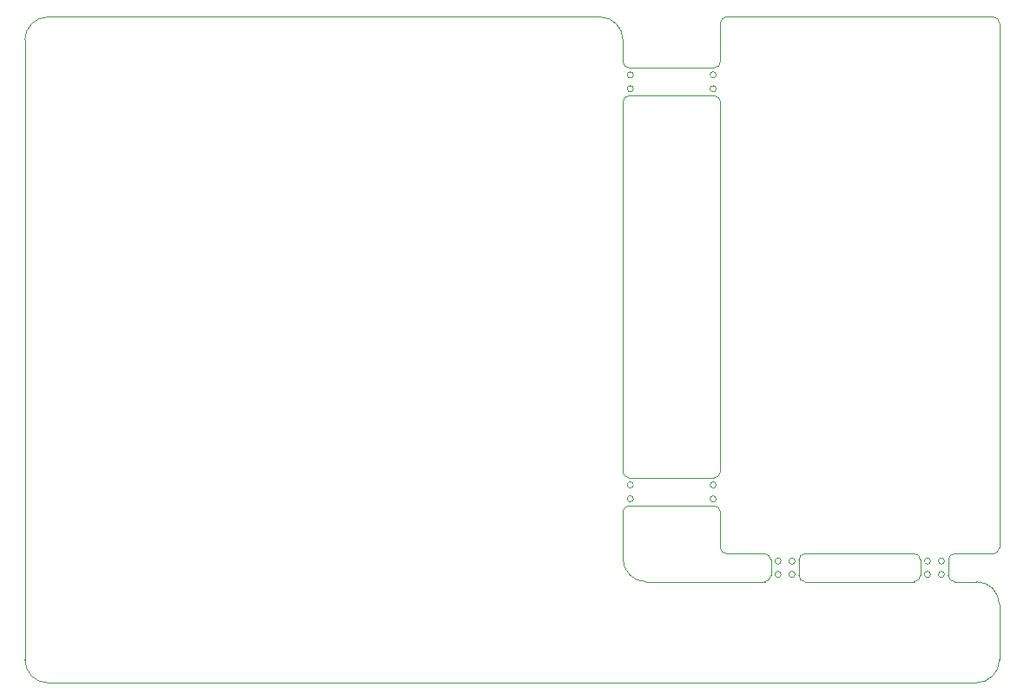
<source format=gbr>
%TF.GenerationSoftware,KiCad,Pcbnew,8.0.5*%
%TF.CreationDate,2024-09-26T23:09:47+07:00*%
%TF.ProjectId,HW.ACIM-DBG,48572e41-4349-44d2-9d44-42472e6b6963,0.1*%
%TF.SameCoordinates,Original*%
%TF.FileFunction,Profile,NP*%
%FSLAX46Y46*%
G04 Gerber Fmt 4.6, Leading zero omitted, Abs format (unit mm)*
G04 Created by KiCad (PCBNEW 8.0.5) date 2024-09-26 23:09:47*
%MOMM*%
%LPD*%
G01*
G04 APERTURE LIST*
%TA.AperFunction,Profile*%
%ADD10C,0.100000*%
%TD*%
G04 APERTURE END LIST*
D10*
X165775000Y-35250000D02*
X111975000Y-35250000D01*
X177112500Y-80931250D02*
G75*
G02*
X176512500Y-80931250I-300000J0D01*
G01*
X176512500Y-80931250D02*
G75*
G02*
X177112500Y-80931250I300000J0D01*
G01*
X177525000Y-79650000D02*
G75*
G02*
X176925000Y-80250000I-600000J0D01*
G01*
X200350000Y-90375000D02*
G75*
G02*
X199750000Y-89775000I0J600000D01*
G01*
X169037500Y-82293750D02*
G75*
G02*
X168437500Y-82293750I-300000J0D01*
G01*
X168437500Y-82293750D02*
G75*
G02*
X169037500Y-82293750I300000J0D01*
G01*
X111975000Y-100250000D02*
G75*
G02*
X109725000Y-98000000I0J2250000D01*
G01*
X168025000Y-43550000D02*
X168025000Y-79650000D01*
X177112500Y-42268750D02*
G75*
G02*
X176512500Y-42268750I-300000J0D01*
G01*
X176512500Y-42268750D02*
G75*
G02*
X177112500Y-42268750I300000J0D01*
G01*
X200350000Y-87650000D02*
X204125000Y-87650000D01*
X181850000Y-90375000D02*
X170275000Y-90375000D01*
X177525000Y-87050000D02*
X177525000Y-83575000D01*
X176925000Y-82975000D02*
X168625000Y-82975000D01*
X178125000Y-87650000D02*
G75*
G02*
X177525000Y-87050000I0J600000D01*
G01*
X197025000Y-88250000D02*
X197025000Y-89775000D01*
X185775000Y-90375000D02*
G75*
G02*
X185175000Y-89775000I0J600000D01*
G01*
X168625000Y-40225000D02*
X176925000Y-40225000D01*
X165775000Y-35250000D02*
G75*
G02*
X168025000Y-37500000I0J-2250000D01*
G01*
X169037500Y-80931250D02*
G75*
G02*
X168437500Y-80931250I-300000J0D01*
G01*
X168437500Y-80931250D02*
G75*
G02*
X169037500Y-80931250I300000J0D01*
G01*
X196425000Y-87650000D02*
G75*
G02*
X197025000Y-88250000I0J-600000D01*
G01*
X177525000Y-39625000D02*
X177525000Y-35850000D01*
X196425000Y-90375000D02*
X185775000Y-90375000D01*
X199750000Y-88250000D02*
G75*
G02*
X200350000Y-87650000I600000J0D01*
G01*
X111975000Y-100250000D02*
X202475000Y-100250000D01*
X176925000Y-42950000D02*
X168625000Y-42950000D01*
X178125000Y-87650000D02*
X181850000Y-87650000D01*
X168025000Y-37500000D02*
X168025000Y-39625000D01*
X177112500Y-40906250D02*
G75*
G02*
X176512500Y-40906250I-300000J0D01*
G01*
X176512500Y-40906250D02*
G75*
G02*
X177112500Y-40906250I300000J0D01*
G01*
X176925000Y-42950000D02*
G75*
G02*
X177525000Y-43550000I0J-600000D01*
G01*
X202475000Y-90375000D02*
G75*
G02*
X204725000Y-92625000I0J-2250000D01*
G01*
X182450000Y-88250000D02*
X182450000Y-89775000D01*
X199368750Y-89662500D02*
G75*
G02*
X198768750Y-89662500I-300000J0D01*
G01*
X198768750Y-89662500D02*
G75*
G02*
X199368750Y-89662500I300000J0D01*
G01*
X204725000Y-98000000D02*
G75*
G02*
X202475000Y-100250000I-2250000J0D01*
G01*
X204725000Y-98000000D02*
X204725000Y-92625000D01*
X198006250Y-88362500D02*
G75*
G02*
X197406250Y-88362500I-300000J0D01*
G01*
X197406250Y-88362500D02*
G75*
G02*
X198006250Y-88362500I300000J0D01*
G01*
X185175000Y-88250000D02*
G75*
G02*
X185775000Y-87650000I600000J0D01*
G01*
X168025000Y-83575000D02*
G75*
G02*
X168625000Y-82975000I600000J0D01*
G01*
X169037500Y-42268750D02*
G75*
G02*
X168437500Y-42268750I-300000J0D01*
G01*
X168437500Y-42268750D02*
G75*
G02*
X169037500Y-42268750I300000J0D01*
G01*
X177525000Y-39625000D02*
G75*
G02*
X176925000Y-40225000I-600000J0D01*
G01*
X168625000Y-80250000D02*
X176925000Y-80250000D01*
X184793750Y-89662500D02*
G75*
G02*
X184193750Y-89662500I-300000J0D01*
G01*
X184193750Y-89662500D02*
G75*
G02*
X184793750Y-89662500I300000J0D01*
G01*
X168025000Y-83575000D02*
X168025000Y-88125000D01*
X177112500Y-82293750D02*
G75*
G02*
X176512500Y-82293750I-300000J0D01*
G01*
X176512500Y-82293750D02*
G75*
G02*
X177112500Y-82293750I300000J0D01*
G01*
X183431250Y-88362500D02*
G75*
G02*
X182831250Y-88362500I-300000J0D01*
G01*
X182831250Y-88362500D02*
G75*
G02*
X183431250Y-88362500I300000J0D01*
G01*
X202475000Y-90375000D02*
X200350000Y-90375000D01*
X177525000Y-79650000D02*
X177525000Y-43550000D01*
X199368750Y-88362500D02*
G75*
G02*
X198768750Y-88362500I-300000J0D01*
G01*
X198768750Y-88362500D02*
G75*
G02*
X199368750Y-88362500I300000J0D01*
G01*
X109725000Y-37500000D02*
X109725000Y-98000000D01*
X182450000Y-89775000D02*
G75*
G02*
X181850000Y-90375000I-600000J0D01*
G01*
X184793750Y-88362500D02*
G75*
G02*
X184193750Y-88362500I-300000J0D01*
G01*
X184193750Y-88362500D02*
G75*
G02*
X184793750Y-88362500I300000J0D01*
G01*
X204125000Y-35250000D02*
G75*
G02*
X204725000Y-35850000I0J-600000D01*
G01*
X109725000Y-37500000D02*
G75*
G02*
X111975000Y-35250000I2250000J0D01*
G01*
X183431250Y-89662500D02*
G75*
G02*
X182831250Y-89662500I-300000J0D01*
G01*
X182831250Y-89662500D02*
G75*
G02*
X183431250Y-89662500I300000J0D01*
G01*
X168625000Y-80250000D02*
G75*
G02*
X168025000Y-79650000I0J600000D01*
G01*
X181850000Y-87650000D02*
G75*
G02*
X182450000Y-88250000I0J-600000D01*
G01*
X185775000Y-87650000D02*
X196425000Y-87650000D01*
X199750000Y-88250000D02*
X199750000Y-89775000D01*
X204725000Y-87050000D02*
X204725000Y-35850000D01*
X197025000Y-89775000D02*
G75*
G02*
X196425000Y-90375000I-600000J0D01*
G01*
X204125000Y-35250000D02*
X178125000Y-35250000D01*
X168025000Y-43550000D02*
G75*
G02*
X168625000Y-42950000I600000J0D01*
G01*
X170275000Y-90375000D02*
G75*
G02*
X168025000Y-88125000I0J2250000D01*
G01*
X168625000Y-40225000D02*
G75*
G02*
X168025000Y-39625000I0J600000D01*
G01*
X204725000Y-87050000D02*
G75*
G02*
X204125000Y-87650000I-600000J0D01*
G01*
X176925000Y-82975000D02*
G75*
G02*
X177525000Y-83575000I0J-600000D01*
G01*
X177525000Y-35850000D02*
G75*
G02*
X178125000Y-35250000I600000J0D01*
G01*
X185175000Y-88250000D02*
X185175000Y-89775000D01*
X198006250Y-89662500D02*
G75*
G02*
X197406250Y-89662500I-300000J0D01*
G01*
X197406250Y-89662500D02*
G75*
G02*
X198006250Y-89662500I300000J0D01*
G01*
X169037500Y-40906250D02*
G75*
G02*
X168437500Y-40906250I-300000J0D01*
G01*
X168437500Y-40906250D02*
G75*
G02*
X169037500Y-40906250I300000J0D01*
G01*
M02*

</source>
